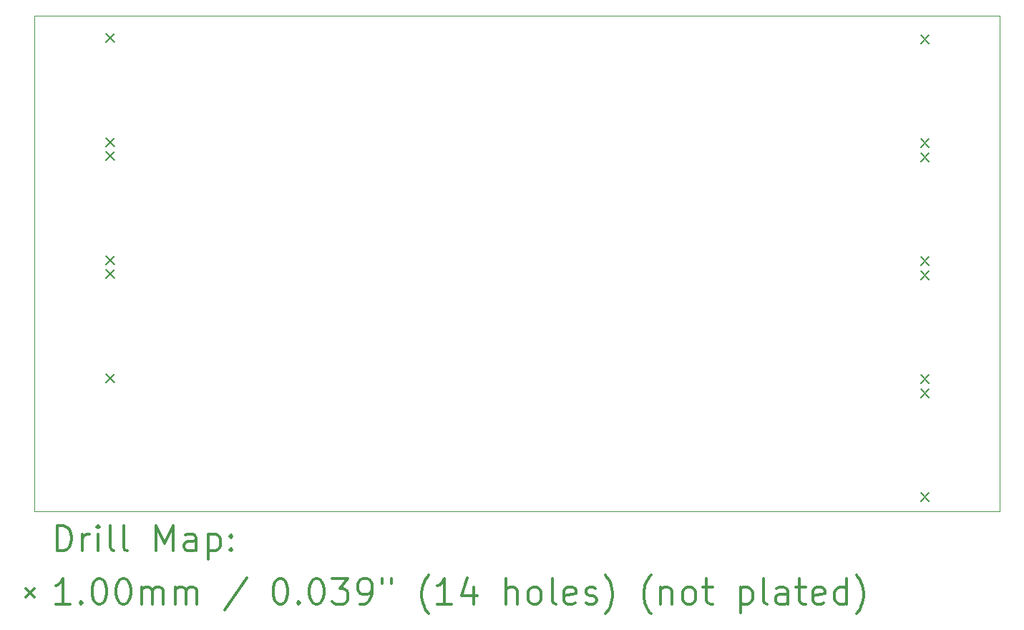
<source format=gbr>
%FSLAX45Y45*%
G04 Gerber Fmt 4.5, Leading zero omitted, Abs format (unit mm)*
G04 Created by KiCad (PCBNEW 4.0.7) date Tue May  8 01:50:05 2018*
%MOMM*%
%LPD*%
G01*
G04 APERTURE LIST*
%ADD10C,0.127000*%
%ADD11C,0.100000*%
%ADD12C,0.200000*%
%ADD13C,0.300000*%
G04 APERTURE END LIST*
D10*
D11*
X21831300Y-14122400D02*
X10414000Y-14122400D01*
X21831300Y-8255000D02*
X10414000Y-8255000D01*
X10414000Y-14122400D02*
X10414000Y-8255000D01*
X21831300Y-8255000D02*
X21831300Y-14122400D01*
D12*
X11259000Y-8473000D02*
X11359000Y-8573000D01*
X11359000Y-8473000D02*
X11259000Y-8573000D01*
X11259000Y-9703000D02*
X11359000Y-9803000D01*
X11359000Y-9703000D02*
X11259000Y-9803000D01*
X11259000Y-9870000D02*
X11359000Y-9970000D01*
X11359000Y-9870000D02*
X11259000Y-9970000D01*
X11259000Y-11100000D02*
X11359000Y-11200000D01*
X11359000Y-11100000D02*
X11259000Y-11200000D01*
X11259000Y-11267000D02*
X11359000Y-11367000D01*
X11359000Y-11267000D02*
X11259000Y-11367000D01*
X11259000Y-12497000D02*
X11359000Y-12597000D01*
X11359000Y-12497000D02*
X11259000Y-12597000D01*
X20899000Y-8485000D02*
X20999000Y-8585000D01*
X20999000Y-8485000D02*
X20899000Y-8585000D01*
X20899000Y-9715000D02*
X20999000Y-9815000D01*
X20999000Y-9715000D02*
X20899000Y-9815000D01*
X20899000Y-9882000D02*
X20999000Y-9982000D01*
X20999000Y-9882000D02*
X20899000Y-9982000D01*
X20899000Y-11112000D02*
X20999000Y-11212000D01*
X20999000Y-11112000D02*
X20899000Y-11212000D01*
X20899000Y-11279000D02*
X20999000Y-11379000D01*
X20999000Y-11279000D02*
X20899000Y-11379000D01*
X20899000Y-12509000D02*
X20999000Y-12609000D01*
X20999000Y-12509000D02*
X20899000Y-12609000D01*
X20899000Y-12676000D02*
X20999000Y-12776000D01*
X20999000Y-12676000D02*
X20899000Y-12776000D01*
X20899000Y-13906000D02*
X20999000Y-14006000D01*
X20999000Y-13906000D02*
X20899000Y-14006000D01*
D13*
X10680429Y-14593114D02*
X10680429Y-14293114D01*
X10751857Y-14293114D01*
X10794714Y-14307400D01*
X10823286Y-14335971D01*
X10837571Y-14364543D01*
X10851857Y-14421686D01*
X10851857Y-14464543D01*
X10837571Y-14521686D01*
X10823286Y-14550257D01*
X10794714Y-14578829D01*
X10751857Y-14593114D01*
X10680429Y-14593114D01*
X10980429Y-14593114D02*
X10980429Y-14393114D01*
X10980429Y-14450257D02*
X10994714Y-14421686D01*
X11009000Y-14407400D01*
X11037571Y-14393114D01*
X11066143Y-14393114D01*
X11166143Y-14593114D02*
X11166143Y-14393114D01*
X11166143Y-14293114D02*
X11151857Y-14307400D01*
X11166143Y-14321686D01*
X11180429Y-14307400D01*
X11166143Y-14293114D01*
X11166143Y-14321686D01*
X11351857Y-14593114D02*
X11323286Y-14578829D01*
X11309000Y-14550257D01*
X11309000Y-14293114D01*
X11509000Y-14593114D02*
X11480428Y-14578829D01*
X11466143Y-14550257D01*
X11466143Y-14293114D01*
X11851857Y-14593114D02*
X11851857Y-14293114D01*
X11951857Y-14507400D01*
X12051857Y-14293114D01*
X12051857Y-14593114D01*
X12323286Y-14593114D02*
X12323286Y-14435971D01*
X12309000Y-14407400D01*
X12280428Y-14393114D01*
X12223286Y-14393114D01*
X12194714Y-14407400D01*
X12323286Y-14578829D02*
X12294714Y-14593114D01*
X12223286Y-14593114D01*
X12194714Y-14578829D01*
X12180428Y-14550257D01*
X12180428Y-14521686D01*
X12194714Y-14493114D01*
X12223286Y-14478829D01*
X12294714Y-14478829D01*
X12323286Y-14464543D01*
X12466143Y-14393114D02*
X12466143Y-14693114D01*
X12466143Y-14407400D02*
X12494714Y-14393114D01*
X12551857Y-14393114D01*
X12580428Y-14407400D01*
X12594714Y-14421686D01*
X12609000Y-14450257D01*
X12609000Y-14535971D01*
X12594714Y-14564543D01*
X12580428Y-14578829D01*
X12551857Y-14593114D01*
X12494714Y-14593114D01*
X12466143Y-14578829D01*
X12737571Y-14564543D02*
X12751857Y-14578829D01*
X12737571Y-14593114D01*
X12723286Y-14578829D01*
X12737571Y-14564543D01*
X12737571Y-14593114D01*
X12737571Y-14407400D02*
X12751857Y-14421686D01*
X12737571Y-14435971D01*
X12723286Y-14421686D01*
X12737571Y-14407400D01*
X12737571Y-14435971D01*
X10309000Y-15037400D02*
X10409000Y-15137400D01*
X10409000Y-15037400D02*
X10309000Y-15137400D01*
X10837571Y-15223114D02*
X10666143Y-15223114D01*
X10751857Y-15223114D02*
X10751857Y-14923114D01*
X10723286Y-14965971D01*
X10694714Y-14994543D01*
X10666143Y-15008829D01*
X10966143Y-15194543D02*
X10980429Y-15208829D01*
X10966143Y-15223114D01*
X10951857Y-15208829D01*
X10966143Y-15194543D01*
X10966143Y-15223114D01*
X11166143Y-14923114D02*
X11194714Y-14923114D01*
X11223286Y-14937400D01*
X11237571Y-14951686D01*
X11251857Y-14980257D01*
X11266143Y-15037400D01*
X11266143Y-15108829D01*
X11251857Y-15165971D01*
X11237571Y-15194543D01*
X11223286Y-15208829D01*
X11194714Y-15223114D01*
X11166143Y-15223114D01*
X11137571Y-15208829D01*
X11123286Y-15194543D01*
X11109000Y-15165971D01*
X11094714Y-15108829D01*
X11094714Y-15037400D01*
X11109000Y-14980257D01*
X11123286Y-14951686D01*
X11137571Y-14937400D01*
X11166143Y-14923114D01*
X11451857Y-14923114D02*
X11480428Y-14923114D01*
X11509000Y-14937400D01*
X11523286Y-14951686D01*
X11537571Y-14980257D01*
X11551857Y-15037400D01*
X11551857Y-15108829D01*
X11537571Y-15165971D01*
X11523286Y-15194543D01*
X11509000Y-15208829D01*
X11480428Y-15223114D01*
X11451857Y-15223114D01*
X11423286Y-15208829D01*
X11409000Y-15194543D01*
X11394714Y-15165971D01*
X11380428Y-15108829D01*
X11380428Y-15037400D01*
X11394714Y-14980257D01*
X11409000Y-14951686D01*
X11423286Y-14937400D01*
X11451857Y-14923114D01*
X11680428Y-15223114D02*
X11680428Y-15023114D01*
X11680428Y-15051686D02*
X11694714Y-15037400D01*
X11723286Y-15023114D01*
X11766143Y-15023114D01*
X11794714Y-15037400D01*
X11809000Y-15065971D01*
X11809000Y-15223114D01*
X11809000Y-15065971D02*
X11823286Y-15037400D01*
X11851857Y-15023114D01*
X11894714Y-15023114D01*
X11923286Y-15037400D01*
X11937571Y-15065971D01*
X11937571Y-15223114D01*
X12080428Y-15223114D02*
X12080428Y-15023114D01*
X12080428Y-15051686D02*
X12094714Y-15037400D01*
X12123286Y-15023114D01*
X12166143Y-15023114D01*
X12194714Y-15037400D01*
X12209000Y-15065971D01*
X12209000Y-15223114D01*
X12209000Y-15065971D02*
X12223286Y-15037400D01*
X12251857Y-15023114D01*
X12294714Y-15023114D01*
X12323286Y-15037400D01*
X12337571Y-15065971D01*
X12337571Y-15223114D01*
X12923286Y-14908829D02*
X12666143Y-15294543D01*
X13309000Y-14923114D02*
X13337571Y-14923114D01*
X13366143Y-14937400D01*
X13380428Y-14951686D01*
X13394714Y-14980257D01*
X13409000Y-15037400D01*
X13409000Y-15108829D01*
X13394714Y-15165971D01*
X13380428Y-15194543D01*
X13366143Y-15208829D01*
X13337571Y-15223114D01*
X13309000Y-15223114D01*
X13280428Y-15208829D01*
X13266143Y-15194543D01*
X13251857Y-15165971D01*
X13237571Y-15108829D01*
X13237571Y-15037400D01*
X13251857Y-14980257D01*
X13266143Y-14951686D01*
X13280428Y-14937400D01*
X13309000Y-14923114D01*
X13537571Y-15194543D02*
X13551857Y-15208829D01*
X13537571Y-15223114D01*
X13523286Y-15208829D01*
X13537571Y-15194543D01*
X13537571Y-15223114D01*
X13737571Y-14923114D02*
X13766143Y-14923114D01*
X13794714Y-14937400D01*
X13809000Y-14951686D01*
X13823285Y-14980257D01*
X13837571Y-15037400D01*
X13837571Y-15108829D01*
X13823285Y-15165971D01*
X13809000Y-15194543D01*
X13794714Y-15208829D01*
X13766143Y-15223114D01*
X13737571Y-15223114D01*
X13709000Y-15208829D01*
X13694714Y-15194543D01*
X13680428Y-15165971D01*
X13666143Y-15108829D01*
X13666143Y-15037400D01*
X13680428Y-14980257D01*
X13694714Y-14951686D01*
X13709000Y-14937400D01*
X13737571Y-14923114D01*
X13937571Y-14923114D02*
X14123285Y-14923114D01*
X14023285Y-15037400D01*
X14066143Y-15037400D01*
X14094714Y-15051686D01*
X14109000Y-15065971D01*
X14123285Y-15094543D01*
X14123285Y-15165971D01*
X14109000Y-15194543D01*
X14094714Y-15208829D01*
X14066143Y-15223114D01*
X13980428Y-15223114D01*
X13951857Y-15208829D01*
X13937571Y-15194543D01*
X14266143Y-15223114D02*
X14323285Y-15223114D01*
X14351857Y-15208829D01*
X14366143Y-15194543D01*
X14394714Y-15151686D01*
X14409000Y-15094543D01*
X14409000Y-14980257D01*
X14394714Y-14951686D01*
X14380428Y-14937400D01*
X14351857Y-14923114D01*
X14294714Y-14923114D01*
X14266143Y-14937400D01*
X14251857Y-14951686D01*
X14237571Y-14980257D01*
X14237571Y-15051686D01*
X14251857Y-15080257D01*
X14266143Y-15094543D01*
X14294714Y-15108829D01*
X14351857Y-15108829D01*
X14380428Y-15094543D01*
X14394714Y-15080257D01*
X14409000Y-15051686D01*
X14523286Y-14923114D02*
X14523286Y-14980257D01*
X14637571Y-14923114D02*
X14637571Y-14980257D01*
X15080428Y-15337400D02*
X15066143Y-15323114D01*
X15037571Y-15280257D01*
X15023285Y-15251686D01*
X15009000Y-15208829D01*
X14994714Y-15137400D01*
X14994714Y-15080257D01*
X15009000Y-15008829D01*
X15023285Y-14965971D01*
X15037571Y-14937400D01*
X15066143Y-14894543D01*
X15080428Y-14880257D01*
X15351857Y-15223114D02*
X15180428Y-15223114D01*
X15266143Y-15223114D02*
X15266143Y-14923114D01*
X15237571Y-14965971D01*
X15209000Y-14994543D01*
X15180428Y-15008829D01*
X15609000Y-15023114D02*
X15609000Y-15223114D01*
X15537571Y-14908829D02*
X15466143Y-15123114D01*
X15651857Y-15123114D01*
X15994714Y-15223114D02*
X15994714Y-14923114D01*
X16123285Y-15223114D02*
X16123285Y-15065971D01*
X16109000Y-15037400D01*
X16080428Y-15023114D01*
X16037571Y-15023114D01*
X16009000Y-15037400D01*
X15994714Y-15051686D01*
X16309000Y-15223114D02*
X16280428Y-15208829D01*
X16266143Y-15194543D01*
X16251857Y-15165971D01*
X16251857Y-15080257D01*
X16266143Y-15051686D01*
X16280428Y-15037400D01*
X16309000Y-15023114D01*
X16351857Y-15023114D01*
X16380428Y-15037400D01*
X16394714Y-15051686D01*
X16409000Y-15080257D01*
X16409000Y-15165971D01*
X16394714Y-15194543D01*
X16380428Y-15208829D01*
X16351857Y-15223114D01*
X16309000Y-15223114D01*
X16580428Y-15223114D02*
X16551857Y-15208829D01*
X16537571Y-15180257D01*
X16537571Y-14923114D01*
X16809000Y-15208829D02*
X16780429Y-15223114D01*
X16723286Y-15223114D01*
X16694714Y-15208829D01*
X16680428Y-15180257D01*
X16680428Y-15065971D01*
X16694714Y-15037400D01*
X16723286Y-15023114D01*
X16780429Y-15023114D01*
X16809000Y-15037400D01*
X16823286Y-15065971D01*
X16823286Y-15094543D01*
X16680428Y-15123114D01*
X16937571Y-15208829D02*
X16966143Y-15223114D01*
X17023286Y-15223114D01*
X17051857Y-15208829D01*
X17066143Y-15180257D01*
X17066143Y-15165971D01*
X17051857Y-15137400D01*
X17023286Y-15123114D01*
X16980429Y-15123114D01*
X16951857Y-15108829D01*
X16937571Y-15080257D01*
X16937571Y-15065971D01*
X16951857Y-15037400D01*
X16980429Y-15023114D01*
X17023286Y-15023114D01*
X17051857Y-15037400D01*
X17166143Y-15337400D02*
X17180429Y-15323114D01*
X17209000Y-15280257D01*
X17223286Y-15251686D01*
X17237571Y-15208829D01*
X17251857Y-15137400D01*
X17251857Y-15080257D01*
X17237571Y-15008829D01*
X17223286Y-14965971D01*
X17209000Y-14937400D01*
X17180429Y-14894543D01*
X17166143Y-14880257D01*
X17709000Y-15337400D02*
X17694714Y-15323114D01*
X17666143Y-15280257D01*
X17651857Y-15251686D01*
X17637571Y-15208829D01*
X17623286Y-15137400D01*
X17623286Y-15080257D01*
X17637571Y-15008829D01*
X17651857Y-14965971D01*
X17666143Y-14937400D01*
X17694714Y-14894543D01*
X17709000Y-14880257D01*
X17823286Y-15023114D02*
X17823286Y-15223114D01*
X17823286Y-15051686D02*
X17837571Y-15037400D01*
X17866143Y-15023114D01*
X17909000Y-15023114D01*
X17937571Y-15037400D01*
X17951857Y-15065971D01*
X17951857Y-15223114D01*
X18137571Y-15223114D02*
X18109000Y-15208829D01*
X18094714Y-15194543D01*
X18080429Y-15165971D01*
X18080429Y-15080257D01*
X18094714Y-15051686D01*
X18109000Y-15037400D01*
X18137571Y-15023114D01*
X18180429Y-15023114D01*
X18209000Y-15037400D01*
X18223286Y-15051686D01*
X18237571Y-15080257D01*
X18237571Y-15165971D01*
X18223286Y-15194543D01*
X18209000Y-15208829D01*
X18180429Y-15223114D01*
X18137571Y-15223114D01*
X18323286Y-15023114D02*
X18437571Y-15023114D01*
X18366143Y-14923114D02*
X18366143Y-15180257D01*
X18380429Y-15208829D01*
X18409000Y-15223114D01*
X18437571Y-15223114D01*
X18766143Y-15023114D02*
X18766143Y-15323114D01*
X18766143Y-15037400D02*
X18794714Y-15023114D01*
X18851857Y-15023114D01*
X18880429Y-15037400D01*
X18894714Y-15051686D01*
X18909000Y-15080257D01*
X18909000Y-15165971D01*
X18894714Y-15194543D01*
X18880429Y-15208829D01*
X18851857Y-15223114D01*
X18794714Y-15223114D01*
X18766143Y-15208829D01*
X19080429Y-15223114D02*
X19051857Y-15208829D01*
X19037571Y-15180257D01*
X19037571Y-14923114D01*
X19323286Y-15223114D02*
X19323286Y-15065971D01*
X19309000Y-15037400D01*
X19280429Y-15023114D01*
X19223286Y-15023114D01*
X19194714Y-15037400D01*
X19323286Y-15208829D02*
X19294714Y-15223114D01*
X19223286Y-15223114D01*
X19194714Y-15208829D01*
X19180429Y-15180257D01*
X19180429Y-15151686D01*
X19194714Y-15123114D01*
X19223286Y-15108829D01*
X19294714Y-15108829D01*
X19323286Y-15094543D01*
X19423286Y-15023114D02*
X19537571Y-15023114D01*
X19466143Y-14923114D02*
X19466143Y-15180257D01*
X19480429Y-15208829D01*
X19509000Y-15223114D01*
X19537571Y-15223114D01*
X19751857Y-15208829D02*
X19723286Y-15223114D01*
X19666143Y-15223114D01*
X19637572Y-15208829D01*
X19623286Y-15180257D01*
X19623286Y-15065971D01*
X19637572Y-15037400D01*
X19666143Y-15023114D01*
X19723286Y-15023114D01*
X19751857Y-15037400D01*
X19766143Y-15065971D01*
X19766143Y-15094543D01*
X19623286Y-15123114D01*
X20023286Y-15223114D02*
X20023286Y-14923114D01*
X20023286Y-15208829D02*
X19994714Y-15223114D01*
X19937572Y-15223114D01*
X19909000Y-15208829D01*
X19894714Y-15194543D01*
X19880429Y-15165971D01*
X19880429Y-15080257D01*
X19894714Y-15051686D01*
X19909000Y-15037400D01*
X19937572Y-15023114D01*
X19994714Y-15023114D01*
X20023286Y-15037400D01*
X20137572Y-15337400D02*
X20151857Y-15323114D01*
X20180429Y-15280257D01*
X20194714Y-15251686D01*
X20209000Y-15208829D01*
X20223286Y-15137400D01*
X20223286Y-15080257D01*
X20209000Y-15008829D01*
X20194714Y-14965971D01*
X20180429Y-14937400D01*
X20151857Y-14894543D01*
X20137572Y-14880257D01*
M02*

</source>
